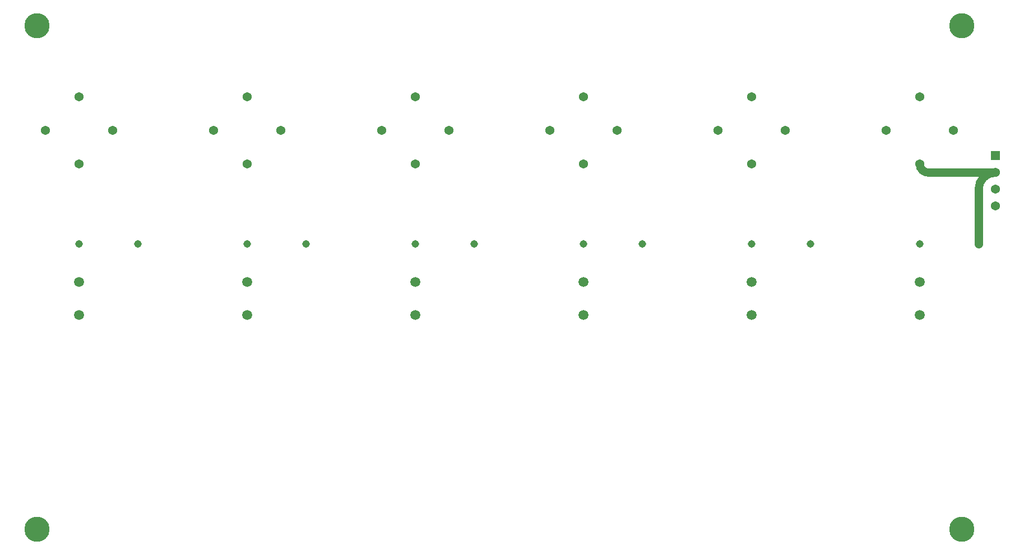
<source format=gbl>
G04*
G04 #@! TF.GenerationSoftware,Altium Limited,Altium Designer,24.1.2 (44)*
G04*
G04 Layer_Physical_Order=2*
G04 Layer_Color=16711680*
%FSLAX44Y44*%
%MOMM*%
G71*
G04*
G04 #@! TF.SameCoordinates,D0725CFB-4392-4FD5-9E36-9DAD540CF34A*
G04*
G04*
G04 #@! TF.FilePolarity,Positive*
G04*
G01*
G75*
%ADD19C,1.4986*%
%ADD20C,1.2700*%
%ADD21C,1.3700*%
%ADD22R,1.3700X1.3700*%
%ADD23C,3.8100*%
%ADD24C,1.1430*%
D19*
X1397000Y437350D02*
D03*
Y387350D02*
D03*
X1143000Y437350D02*
D03*
Y387350D02*
D03*
X889000Y437350D02*
D03*
Y387350D02*
D03*
X635000Y437350D02*
D03*
Y387350D02*
D03*
X381000Y437350D02*
D03*
Y387350D02*
D03*
X127000Y437350D02*
D03*
Y387350D02*
D03*
D20*
X1397000Y615950D02*
G03*
X1409700Y603250I12700J0D01*
G01*
X1511300D02*
G03*
X1485900Y577850I0J-25400D01*
G01*
X1409700Y603250D02*
X1511300D01*
X1485900Y495300D02*
Y577850D01*
D21*
X127000Y717550D02*
D03*
Y615950D02*
D03*
X76200Y666750D02*
D03*
X177800D02*
D03*
X381000Y717550D02*
D03*
Y615950D02*
D03*
X330200Y666750D02*
D03*
X431800D02*
D03*
X635000Y717550D02*
D03*
Y615950D02*
D03*
X584200Y666750D02*
D03*
X685800D02*
D03*
X889000Y717550D02*
D03*
Y615950D02*
D03*
X838200Y666750D02*
D03*
X939800D02*
D03*
X1143000Y717550D02*
D03*
Y615950D02*
D03*
X1092200Y666750D02*
D03*
X1193800D02*
D03*
X1397000Y717550D02*
D03*
Y615950D02*
D03*
X1346200Y666750D02*
D03*
X1447800D02*
D03*
X1511300Y603250D02*
D03*
Y577850D02*
D03*
Y552450D02*
D03*
D22*
Y628650D02*
D03*
D23*
X1460500Y63500D02*
D03*
Y825500D02*
D03*
X63500D02*
D03*
Y63500D02*
D03*
D24*
X1231900Y495300D02*
D03*
X1143000D02*
D03*
X723900D02*
D03*
X635000D02*
D03*
X977900D02*
D03*
X889000D02*
D03*
X469900D02*
D03*
X381000D02*
D03*
X215900D02*
D03*
X127000D02*
D03*
X1485900D02*
D03*
X1397000D02*
D03*
M02*

</source>
